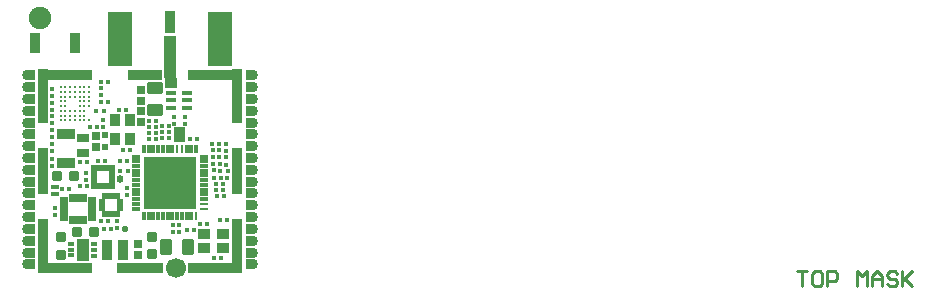
<source format=gts>
G04*
G04 #@! TF.GenerationSoftware,Altium Limited,Altium Designer,19.0.10 (269)*
G04*
G04 Layer_Color=8388736*
%FSLAX24Y24*%
%MOIN*%
G70*
G01*
G75*
%ADD10C,0.0100*%
%ADD19R,0.0315X0.0118*%
%ADD54R,0.0394X0.1073*%
%ADD55R,0.0614X0.0319*%
%ADD56R,0.0417X0.0732*%
%ADD57R,0.0201X0.0122*%
%ADD58R,0.0201X0.0161*%
%ADD59O,0.0220X0.0260*%
%ADD60C,0.0220*%
%ADD61R,0.0811X0.1795*%
%ADD62R,0.0339X0.0772*%
G04:AMPARAMS|DCode=63|XSize=15mil|YSize=15mil|CornerRadius=1.9mil|HoleSize=0mil|Usage=FLASHONLY|Rotation=0.000|XOffset=0mil|YOffset=0mil|HoleType=Round|Shape=RoundedRectangle|*
%AMROUNDEDRECTD63*
21,1,0.0150,0.0112,0,0,0.0*
21,1,0.0112,0.0150,0,0,0.0*
1,1,0.0037,0.0056,-0.0056*
1,1,0.0037,-0.0056,-0.0056*
1,1,0.0037,-0.0056,0.0056*
1,1,0.0037,0.0056,0.0056*
%
%ADD63ROUNDEDRECTD63*%
%ADD64R,0.0299X0.0102*%
%ADD65R,0.1772X0.1772*%
%ADD66R,0.0118X0.0315*%
%ADD67R,0.0102X0.0299*%
%ADD68R,0.0299X0.0339*%
G04:AMPARAMS|DCode=69|XSize=41.7mil|YSize=26mil|CornerRadius=1.8mil|HoleSize=0mil|Usage=FLASHONLY|Rotation=0.000|XOffset=0mil|YOffset=0mil|HoleType=Round|Shape=RoundedRectangle|*
%AMROUNDEDRECTD69*
21,1,0.0417,0.0224,0,0,0.0*
21,1,0.0382,0.0260,0,0,0.0*
1,1,0.0035,0.0191,-0.0112*
1,1,0.0035,-0.0191,-0.0112*
1,1,0.0035,-0.0191,0.0112*
1,1,0.0035,0.0191,0.0112*
%
%ADD69ROUNDEDRECTD69*%
%ADD70R,0.0142X0.0142*%
%ADD71R,0.0339X0.0654*%
G04:AMPARAMS|DCode=72|XSize=27.6mil|YSize=26.4mil|CornerRadius=1.8mil|HoleSize=0mil|Usage=FLASHONLY|Rotation=180.000|XOffset=0mil|YOffset=0mil|HoleType=Round|Shape=RoundedRectangle|*
%AMROUNDEDRECTD72*
21,1,0.0276,0.0228,0,0,180.0*
21,1,0.0240,0.0264,0,0,180.0*
1,1,0.0036,-0.0120,0.0114*
1,1,0.0036,0.0120,0.0114*
1,1,0.0036,0.0120,-0.0114*
1,1,0.0036,-0.0120,-0.0114*
%
%ADD72ROUNDEDRECTD72*%
%ADD73R,0.0305X0.0217*%
%ADD74R,0.0217X0.0305*%
%ADD75R,0.0226X0.0217*%
%ADD76R,0.0217X0.0226*%
%ADD77C,0.0669*%
%ADD78R,0.0260X0.0161*%
G04:AMPARAMS|DCode=79|XSize=37.8mil|YSize=53.5mil|CornerRadius=2.1mil|HoleSize=0mil|Usage=FLASHONLY|Rotation=270.000|XOffset=0mil|YOffset=0mil|HoleType=Round|Shape=RoundedRectangle|*
%AMROUNDEDRECTD79*
21,1,0.0378,0.0494,0,0,270.0*
21,1,0.0337,0.0535,0,0,270.0*
1,1,0.0041,-0.0247,-0.0168*
1,1,0.0041,-0.0247,0.0168*
1,1,0.0041,0.0247,0.0168*
1,1,0.0041,0.0247,-0.0168*
%
%ADD79ROUNDEDRECTD79*%
G04:AMPARAMS|DCode=80|XSize=33.9mil|YSize=33.9mil|CornerRadius=2mil|HoleSize=0mil|Usage=FLASHONLY|Rotation=0.000|XOffset=0mil|YOffset=0mil|HoleType=Round|Shape=RoundedRectangle|*
%AMROUNDEDRECTD80*
21,1,0.0339,0.0299,0,0,0.0*
21,1,0.0299,0.0339,0,0,0.0*
1,1,0.0039,0.0150,-0.0150*
1,1,0.0039,-0.0150,-0.0150*
1,1,0.0039,-0.0150,0.0150*
1,1,0.0039,0.0150,0.0150*
%
%ADD80ROUNDEDRECTD80*%
G04:AMPARAMS|DCode=81|XSize=22mil|YSize=22mil|CornerRadius=1.7mil|HoleSize=0mil|Usage=FLASHONLY|Rotation=90.000|XOffset=0mil|YOffset=0mil|HoleType=Round|Shape=RoundedRectangle|*
%AMROUNDEDRECTD81*
21,1,0.0220,0.0187,0,0,90.0*
21,1,0.0187,0.0220,0,0,90.0*
1,1,0.0033,0.0094,0.0094*
1,1,0.0033,0.0094,-0.0094*
1,1,0.0033,-0.0094,-0.0094*
1,1,0.0033,-0.0094,0.0094*
%
%ADD81ROUNDEDRECTD81*%
G04:AMPARAMS|DCode=82|XSize=14.2mil|YSize=14.2mil|CornerRadius=1.5mil|HoleSize=0mil|Usage=FLASHONLY|Rotation=90.000|XOffset=0mil|YOffset=0mil|HoleType=Round|Shape=RoundedRectangle|*
%AMROUNDEDRECTD82*
21,1,0.0142,0.0112,0,0,90.0*
21,1,0.0112,0.0142,0,0,90.0*
1,1,0.0030,0.0056,0.0056*
1,1,0.0030,0.0056,-0.0056*
1,1,0.0030,-0.0056,-0.0056*
1,1,0.0030,-0.0056,0.0056*
%
%ADD82ROUNDEDRECTD82*%
%ADD83R,0.0339X0.1520*%
%ADD84R,0.1126X0.0378*%
%ADD85R,0.1520X0.0339*%
%ADD86R,0.1795X0.0339*%
%ADD87R,0.0339X0.1795*%
%ADD88R,0.1795X0.0378*%
%ADD89C,0.0094*%
%ADD90R,0.0339X0.0142*%
G04:AMPARAMS|DCode=91|XSize=37.8mil|YSize=33.9mil|CornerRadius=1.3mil|HoleSize=0mil|Usage=FLASHONLY|Rotation=0.000|XOffset=0mil|YOffset=0mil|HoleType=Round|Shape=RoundedRectangle|*
%AMROUNDEDRECTD91*
21,1,0.0378,0.0312,0,0,0.0*
21,1,0.0351,0.0339,0,0,0.0*
1,1,0.0027,0.0176,-0.0156*
1,1,0.0027,-0.0176,-0.0156*
1,1,0.0027,-0.0176,0.0156*
1,1,0.0027,0.0176,0.0156*
%
%ADD91ROUNDEDRECTD91*%
G04:AMPARAMS|DCode=92|XSize=14.2mil|YSize=14.2mil|CornerRadius=1.5mil|HoleSize=0mil|Usage=FLASHONLY|Rotation=0.000|XOffset=0mil|YOffset=0mil|HoleType=Round|Shape=RoundedRectangle|*
%AMROUNDEDRECTD92*
21,1,0.0142,0.0112,0,0,0.0*
21,1,0.0112,0.0142,0,0,0.0*
1,1,0.0030,0.0056,-0.0056*
1,1,0.0030,-0.0056,-0.0056*
1,1,0.0030,-0.0056,0.0056*
1,1,0.0030,0.0056,0.0056*
%
%ADD92ROUNDEDRECTD92*%
G04:AMPARAMS|DCode=93|XSize=37.8mil|YSize=33.9mil|CornerRadius=1.3mil|HoleSize=0mil|Usage=FLASHONLY|Rotation=90.000|XOffset=0mil|YOffset=0mil|HoleType=Round|Shape=RoundedRectangle|*
%AMROUNDEDRECTD93*
21,1,0.0378,0.0312,0,0,90.0*
21,1,0.0351,0.0339,0,0,90.0*
1,1,0.0027,0.0156,0.0176*
1,1,0.0027,0.0156,-0.0176*
1,1,0.0027,-0.0156,-0.0176*
1,1,0.0027,-0.0156,0.0176*
%
%ADD93ROUNDEDRECTD93*%
G04:AMPARAMS|DCode=94|XSize=37.8mil|YSize=53.5mil|CornerRadius=2.1mil|HoleSize=0mil|Usage=FLASHONLY|Rotation=0.000|XOffset=0mil|YOffset=0mil|HoleType=Round|Shape=RoundedRectangle|*
%AMROUNDEDRECTD94*
21,1,0.0378,0.0494,0,0,0.0*
21,1,0.0337,0.0535,0,0,0.0*
1,1,0.0041,0.0168,-0.0247*
1,1,0.0041,-0.0168,-0.0247*
1,1,0.0041,-0.0168,0.0247*
1,1,0.0041,0.0168,0.0247*
%
%ADD94ROUNDEDRECTD94*%
G04:AMPARAMS|DCode=95|XSize=33.9mil|YSize=33.9mil|CornerRadius=2mil|HoleSize=0mil|Usage=FLASHONLY|Rotation=90.000|XOffset=0mil|YOffset=0mil|HoleType=Round|Shape=RoundedRectangle|*
%AMROUNDEDRECTD95*
21,1,0.0339,0.0299,0,0,90.0*
21,1,0.0299,0.0339,0,0,90.0*
1,1,0.0039,0.0150,0.0150*
1,1,0.0039,0.0150,-0.0150*
1,1,0.0039,-0.0150,-0.0150*
1,1,0.0039,-0.0150,0.0150*
%
%ADD95ROUNDEDRECTD95*%
%ADD96C,0.0748*%
%ADD97C,0.0339*%
%ADD98C,0.0142*%
%ADD99C,0.0028*%
G36*
X4878Y5028D02*
X5256Y5028D01*
X5256Y4528D01*
X4878Y4528D01*
X4878Y5028D01*
D02*
G37*
G36*
X4557Y6998D02*
X4952D01*
X4985Y6333D01*
X4590D01*
X4557Y6998D01*
D02*
G37*
D10*
X25659Y214D02*
X25993D01*
X25826D01*
Y-285D01*
X26409Y214D02*
X26243D01*
X26159Y131D01*
Y-202D01*
X26243Y-285D01*
X26409D01*
X26493Y-202D01*
Y131D01*
X26409Y214D01*
X26659Y-285D02*
Y214D01*
X26909D01*
X26992Y131D01*
Y-36D01*
X26909Y-119D01*
X26659D01*
X27659Y-285D02*
Y214D01*
X27825Y48D01*
X27992Y214D01*
Y-285D01*
X28159D02*
Y48D01*
X28325Y214D01*
X28492Y48D01*
Y-285D01*
Y-36D01*
X28159D01*
X28992Y131D02*
X28908Y214D01*
X28742D01*
X28658Y131D01*
Y48D01*
X28742Y-36D01*
X28908D01*
X28992Y-119D01*
Y-202D01*
X28908Y-285D01*
X28742D01*
X28658Y-202D01*
X29158Y214D02*
Y-285D01*
Y-119D01*
X29492Y214D01*
X29242Y-36D01*
X29492Y-285D01*
D19*
X5876Y2628D02*
D03*
Y2943D02*
D03*
Y3258D02*
D03*
Y3573D02*
D03*
Y3888D02*
D03*
Y4045D02*
D03*
Y3730D02*
D03*
Y3415D02*
D03*
Y3100D02*
D03*
Y2785D02*
D03*
X3632Y3888D02*
D03*
Y3573D02*
D03*
Y3258D02*
D03*
Y2943D02*
D03*
Y2628D02*
D03*
Y2313D02*
D03*
Y2470D02*
D03*
Y2785D02*
D03*
Y3100D02*
D03*
Y3415D02*
D03*
Y3730D02*
D03*
Y4045D02*
D03*
D54*
X4754Y7534D02*
D03*
D55*
X1289Y4793D02*
D03*
Y3829D02*
D03*
D56*
X1850Y945D02*
D03*
D57*
X1467Y1142D02*
D03*
Y945D02*
D03*
Y748D02*
D03*
X2234Y1142D02*
D03*
Y945D02*
D03*
D58*
Y728D02*
D03*
D59*
X3091Y3287D02*
D03*
D60*
X3248Y1614D02*
D03*
X1535Y354D02*
D03*
X5984Y6772D02*
D03*
D61*
X3100Y7972D02*
D03*
X6407D02*
D03*
D62*
X4754Y8524D02*
D03*
D63*
X6157Y4478D02*
D03*
X6382D02*
D03*
X1992Y3878D02*
D03*
X1768D02*
D03*
X1392Y2972D02*
D03*
X1167D02*
D03*
X6325Y2717D02*
D03*
X6549D02*
D03*
X6443Y3346D02*
D03*
X6667D02*
D03*
D64*
X5876Y2313D02*
D03*
Y2470D02*
D03*
D65*
X4754Y3179D02*
D03*
D66*
X5463Y4301D02*
D03*
X4833D02*
D03*
X4518D02*
D03*
X4203D02*
D03*
X3888D02*
D03*
X4045D02*
D03*
X4360D02*
D03*
X4675D02*
D03*
X5305D02*
D03*
X5620D02*
D03*
X4045Y2057D02*
D03*
X4360D02*
D03*
X4675D02*
D03*
X4990D02*
D03*
X5305D02*
D03*
X5463D02*
D03*
X5148D02*
D03*
X4833D02*
D03*
X4518D02*
D03*
X4203D02*
D03*
X3888Y2057D02*
D03*
D67*
X5148Y4301D02*
D03*
X4990D02*
D03*
X5620Y2057D02*
D03*
D68*
X7411Y1240D02*
D03*
Y6752D02*
D03*
X118Y2028D02*
D03*
Y453D02*
D03*
Y846D02*
D03*
X7411Y5571D02*
D03*
Y5177D02*
D03*
Y6358D02*
D03*
X118Y2421D02*
D03*
Y6752D02*
D03*
Y2815D02*
D03*
Y3602D02*
D03*
Y3209D02*
D03*
Y3996D02*
D03*
X7411Y2815D02*
D03*
Y2421D02*
D03*
X118Y4390D02*
D03*
Y4783D02*
D03*
X7411Y5965D02*
D03*
Y4783D02*
D03*
Y4390D02*
D03*
Y3996D02*
D03*
Y3602D02*
D03*
Y3209D02*
D03*
X118Y5965D02*
D03*
Y6358D02*
D03*
Y5177D02*
D03*
Y5571D02*
D03*
Y1240D02*
D03*
Y1634D02*
D03*
X7411Y2028D02*
D03*
Y1634D02*
D03*
Y453D02*
D03*
Y846D02*
D03*
D69*
X1870Y4665D02*
D03*
Y4173D02*
D03*
D70*
X2447Y6323D02*
D03*
Y6087D02*
D03*
D71*
X3199Y935D02*
D03*
X2648D02*
D03*
X246Y7825D02*
D03*
X1585D02*
D03*
D72*
X2283Y4370D02*
D03*
Y4744D02*
D03*
X3799Y5886D02*
D03*
Y6260D02*
D03*
X3789Y5187D02*
D03*
Y5561D02*
D03*
X3701Y1132D02*
D03*
Y758D02*
D03*
D73*
X1235Y2598D02*
D03*
Y2402D02*
D03*
Y2205D02*
D03*
Y2008D02*
D03*
X2151Y2598D02*
D03*
Y2402D02*
D03*
Y2205D02*
D03*
Y2008D02*
D03*
D74*
X1693Y1944D02*
D03*
X1890D02*
D03*
X1496D02*
D03*
X1890Y2662D02*
D03*
X1496D02*
D03*
X1693D02*
D03*
D75*
X2820Y3071D02*
D03*
X2820Y3268D02*
D03*
Y3465D02*
D03*
Y3661D02*
D03*
X2219D02*
D03*
Y3465D02*
D03*
Y3268D02*
D03*
Y3071D02*
D03*
X3076Y2323D02*
D03*
Y2520D02*
D03*
X2475D02*
D03*
Y2323D02*
D03*
D76*
X2618Y3666D02*
D03*
X2421D02*
D03*
Y3066D02*
D03*
X2618D02*
D03*
X2972Y2721D02*
D03*
X2776D02*
D03*
X2579D02*
D03*
Y2121D02*
D03*
X2776D02*
D03*
X2972D02*
D03*
D77*
X4941Y315D02*
D03*
D78*
X906Y3041D02*
D03*
Y2785D02*
D03*
D79*
X4260Y5594D02*
D03*
Y6343D02*
D03*
D80*
X2230Y1532D02*
D03*
X1640D02*
D03*
X1565Y3386D02*
D03*
X974D02*
D03*
D81*
X2589Y4370D02*
D03*
Y4764D02*
D03*
D82*
X2992Y1890D02*
D03*
Y1654D02*
D03*
X925Y2343D02*
D03*
Y2106D02*
D03*
X5059Y1516D02*
D03*
Y1752D02*
D03*
X4852D02*
D03*
Y1516D02*
D03*
X3317Y2776D02*
D03*
Y3012D02*
D03*
X6398Y4272D02*
D03*
Y4035D02*
D03*
X6624Y4459D02*
D03*
Y4222D02*
D03*
X6171Y4035D02*
D03*
Y4272D02*
D03*
X5238Y5140D02*
D03*
Y5376D02*
D03*
X4900D02*
D03*
Y5140D02*
D03*
X1969Y3268D02*
D03*
Y3504D02*
D03*
X837Y4931D02*
D03*
Y4695D02*
D03*
Y5846D02*
D03*
Y5610D02*
D03*
X2520Y5256D02*
D03*
Y5020D02*
D03*
X837Y6299D02*
D03*
Y6063D02*
D03*
Y5394D02*
D03*
Y5157D02*
D03*
X6624Y3780D02*
D03*
Y4016D02*
D03*
X6230Y3583D02*
D03*
Y3346D02*
D03*
X837Y3740D02*
D03*
Y3976D02*
D03*
Y4478D02*
D03*
Y4242D02*
D03*
D83*
X6988Y3563D02*
D03*
X531D02*
D03*
D84*
X3937Y6772D02*
D03*
D85*
X3760Y335D02*
D03*
D86*
X6260D02*
D03*
X1260D02*
D03*
D87*
X6988Y1063D02*
D03*
Y6063D02*
D03*
X531D02*
D03*
Y1063D02*
D03*
D88*
X6260Y6772D02*
D03*
X1260D02*
D03*
D89*
X1112Y6358D02*
D03*
X1270D02*
D03*
X1427D02*
D03*
X1585D02*
D03*
X1742D02*
D03*
X1900D02*
D03*
X2057D02*
D03*
X1112Y6201D02*
D03*
X1270D02*
D03*
X1427D02*
D03*
X1585D02*
D03*
X1742D02*
D03*
X1900D02*
D03*
X2057D02*
D03*
X1112Y6043D02*
D03*
X1270D02*
D03*
X1427D02*
D03*
X1585D02*
D03*
X1742D02*
D03*
X1900D02*
D03*
X2057D02*
D03*
X1112Y5886D02*
D03*
X1270D02*
D03*
X1742D02*
D03*
X1900D02*
D03*
X2057D02*
D03*
X1112Y5728D02*
D03*
X1270D02*
D03*
X1742D02*
D03*
X1900D02*
D03*
X2057D02*
D03*
X1112Y5571D02*
D03*
X1270D02*
D03*
X1427D02*
D03*
X1585D02*
D03*
X1742D02*
D03*
X1900D02*
D03*
X1112Y5413D02*
D03*
X1270D02*
D03*
X1427D02*
D03*
X1585D02*
D03*
X1742D02*
D03*
X1900D02*
D03*
X1112Y5256D02*
D03*
X1270D02*
D03*
X1427D02*
D03*
X1585D02*
D03*
X1742D02*
D03*
X1900D02*
D03*
X2057D02*
D03*
D90*
X4801Y5915D02*
D03*
Y5659D02*
D03*
Y6171D02*
D03*
X5337Y5659D02*
D03*
Y6171D02*
D03*
Y5915D02*
D03*
D91*
X5886Y984D02*
D03*
X6535D02*
D03*
Y1476D02*
D03*
X5886D02*
D03*
D92*
X2362Y3898D02*
D03*
X2598D02*
D03*
X2677Y1890D02*
D03*
X2441D02*
D03*
X6230Y679D02*
D03*
X6467D02*
D03*
X5994Y1781D02*
D03*
X5758D02*
D03*
X6516Y3130D02*
D03*
X6280D02*
D03*
X6289Y2923D02*
D03*
X6526D02*
D03*
X6181Y3789D02*
D03*
X6417D02*
D03*
X6673Y3573D02*
D03*
X6437D02*
D03*
X3421Y4264D02*
D03*
X3185D02*
D03*
X3311Y3888D02*
D03*
X3075D02*
D03*
X3102Y3573D02*
D03*
X3339D02*
D03*
X5423Y4626D02*
D03*
X5659D02*
D03*
X4291Y4616D02*
D03*
X4055D02*
D03*
X4480Y5079D02*
D03*
X4717D02*
D03*
X4736Y4870D02*
D03*
X4500D02*
D03*
Y4661D02*
D03*
X4736D02*
D03*
X4281Y4823D02*
D03*
X4045D02*
D03*
X4055Y5030D02*
D03*
X4291D02*
D03*
Y5236D02*
D03*
X4055D02*
D03*
X6663Y1929D02*
D03*
X6427D02*
D03*
X1752Y3051D02*
D03*
X1988D02*
D03*
X3278Y5600D02*
D03*
X3041D02*
D03*
X2303Y5561D02*
D03*
X2539D02*
D03*
X2313Y5020D02*
D03*
X2077D02*
D03*
X2447Y5880D02*
D03*
X2683D02*
D03*
Y6530D02*
D03*
X2447D02*
D03*
X5315Y1594D02*
D03*
X5551D02*
D03*
X2776Y1614D02*
D03*
X2539D02*
D03*
D93*
X2933Y4626D02*
D03*
Y5276D02*
D03*
X3425D02*
D03*
Y4626D02*
D03*
D94*
X4616Y1024D02*
D03*
X5364D02*
D03*
D95*
X4163Y787D02*
D03*
Y1378D02*
D03*
X1122Y1358D02*
D03*
Y768D02*
D03*
D96*
X433Y8661D02*
D03*
D97*
X7530Y1240D02*
D03*
Y6752D02*
D03*
X0Y2028D02*
D03*
Y453D02*
D03*
Y846D02*
D03*
X7530Y5571D02*
D03*
Y5177D02*
D03*
Y6358D02*
D03*
X0Y2421D02*
D03*
Y6752D02*
D03*
Y2815D02*
D03*
Y3602D02*
D03*
Y3209D02*
D03*
Y3996D02*
D03*
X7530Y2815D02*
D03*
Y2421D02*
D03*
X0Y4390D02*
D03*
Y4783D02*
D03*
X7530Y5965D02*
D03*
Y4783D02*
D03*
Y4390D02*
D03*
Y3996D02*
D03*
Y3602D02*
D03*
Y3209D02*
D03*
X0Y5965D02*
D03*
Y6358D02*
D03*
Y5177D02*
D03*
Y5571D02*
D03*
Y1240D02*
D03*
Y1634D02*
D03*
X7530Y2028D02*
D03*
Y1634D02*
D03*
Y453D02*
D03*
Y846D02*
D03*
D98*
X1235Y2598D02*
D03*
X2475Y2520D02*
D03*
X1890Y2608D02*
D03*
X2820Y3465D02*
D03*
X1392Y2972D02*
D03*
X925Y2343D02*
D03*
X4724Y839D02*
D03*
X4256Y882D02*
D03*
X4075Y705D02*
D03*
X4852Y1516D02*
D03*
X5797Y423D02*
D03*
X6437D02*
D03*
X6890Y1594D02*
D03*
D99*
X6801Y2510D02*
D03*
X2411Y354D02*
D03*
X2756D02*
D03*
M02*

</source>
